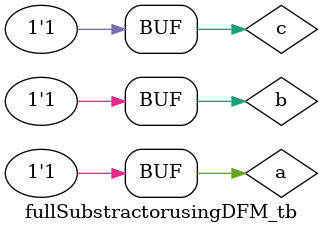
<source format=v>
module fullSubstractorusingDFM_tb;
  reg a,b,c;
  wire Dout,Bout;
  
 fullSubstractorusingDFM FullsubusingDFM(Dout,Bout,a,b,c);
  initial 
  begin
    a=0;
    b=0;
    c=0;
    #10;
    a=0;
    b=0;
    c=1;
    #10;
    a=0;
    b=1;
    c=0;
    #10;
    a=0;
    b=1;
    c=1;
    #10;
    a=1;
    b=0;
    c=0;
    #10; 
    a=1;
    b=0;
    c=1;
    #10; 
    a=1;
    b=1;
    c=0;
    #10;
    a=1;
    b=1;
    c=1;
    #10;
    
  end
  
endmodule 


</source>
